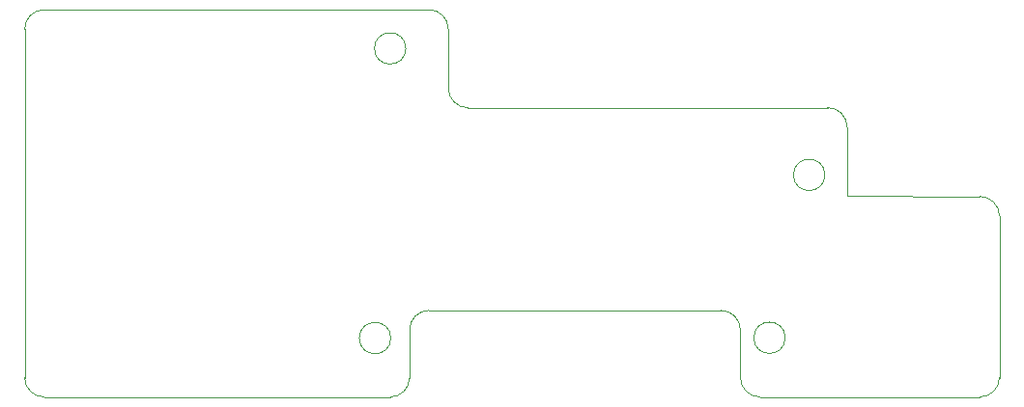
<source format=gbr>
%TF.GenerationSoftware,KiCad,Pcbnew,9.0.0*%
%TF.CreationDate,2025-04-27T09:25:50-07:00*%
%TF.ProjectId,c7k-rt,63376b2d-7274-42e6-9b69-6361645f7063,rev?*%
%TF.SameCoordinates,Original*%
%TF.FileFunction,Profile,NP*%
%FSLAX46Y46*%
G04 Gerber Fmt 4.6, Leading zero omitted, Abs format (unit mm)*
G04 Created by KiCad (PCBNEW 9.0.0) date 2025-04-27 09:25:50*
%MOMM*%
%LPD*%
G01*
G04 APERTURE LIST*
%TA.AperFunction,Profile*%
%ADD10C,0.050000*%
%TD*%
G04 APERTURE END LIST*
D10*
X228602098Y-103497918D02*
X247897898Y-103497918D01*
X197902080Y-101802082D02*
G75*
G02*
X196202080Y-103502080I-1699980J-18D01*
G01*
X225197916Y-95902082D02*
G75*
G02*
X226897918Y-97602082I-16J-1700018D01*
G01*
X249597916Y-101797918D02*
G75*
G02*
X247897916Y-103497916I-1700016J18D01*
G01*
X247897916Y-85902082D02*
G75*
G02*
X249597918Y-87602082I-16J-1700018D01*
G01*
X199599998Y-69500000D02*
G75*
G02*
X201302100Y-71202082I2J-1702100D01*
G01*
X203002080Y-78097918D02*
G75*
G02*
X201302082Y-76397918I20J1700018D01*
G01*
X249597916Y-101797900D02*
X249597916Y-87602082D01*
X197574998Y-72900000D02*
G75*
G02*
X194824998Y-72900000I-1375000J0D01*
G01*
X194824998Y-72900000D02*
G75*
G02*
X197574998Y-72900000I1375000J0D01*
G01*
X201299998Y-71202100D02*
X201302080Y-76397900D01*
X247897916Y-85902082D02*
X236250000Y-85875000D01*
X202999998Y-78097918D02*
X234547900Y-78092076D01*
X236250000Y-85875000D02*
X236247924Y-79792100D01*
X197903262Y-101800000D02*
X197900899Y-97604164D01*
X165869998Y-103500000D02*
G75*
G02*
X164170000Y-101800000I2J1700000D01*
G01*
X197902080Y-97602082D02*
G75*
G02*
X199602080Y-95902080I1700020J-18D01*
G01*
X230825000Y-98300000D02*
G75*
G02*
X228075000Y-98300000I-1375000J0D01*
G01*
X228075000Y-98300000D02*
G75*
G02*
X230825000Y-98300000I1375000J0D01*
G01*
X165869998Y-69500000D02*
X199599998Y-69502082D01*
X228602080Y-103497918D02*
G75*
G02*
X226902082Y-101797918I20J1700018D01*
G01*
X196249998Y-98325000D02*
G75*
G02*
X193499998Y-98325000I-1375000J0D01*
G01*
X193499998Y-98325000D02*
G75*
G02*
X196249998Y-98325000I1375000J0D01*
G01*
X234299998Y-84000000D02*
G75*
G02*
X231549998Y-84000000I-1375000J0D01*
G01*
X231549998Y-84000000D02*
G75*
G02*
X234299998Y-84000000I1375000J0D01*
G01*
X165869998Y-103500000D02*
X196202098Y-103502082D01*
X164169998Y-71202082D02*
X164169998Y-101797900D01*
X226902081Y-101797918D02*
X226899718Y-97602082D01*
X164169998Y-71200000D02*
G75*
G02*
X165869998Y-69499998I1700002J0D01*
G01*
X234547924Y-78092076D02*
G75*
G02*
X236247924Y-79792076I-24J-1700024D01*
G01*
X225197916Y-95902082D02*
X199602080Y-95900071D01*
M02*

</source>
